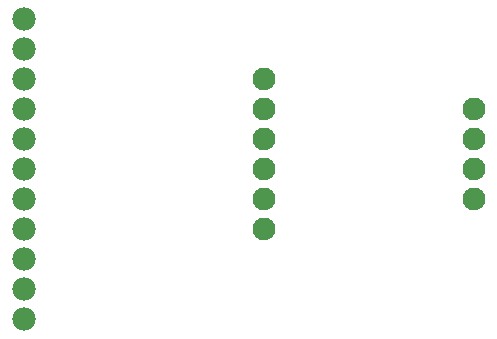
<source format=gbl>
G04 MADE WITH FRITZING*
G04 WWW.FRITZING.ORG*
G04 DOUBLE SIDED*
G04 HOLES PLATED*
G04 CONTOUR ON CENTER OF CONTOUR VECTOR*
%ASAXBY*%
%FSLAX23Y23*%
%MOIN*%
%OFA0B0*%
%SFA1.0B1.0*%
%ADD10C,0.076000*%
%ADD11C,0.078000*%
%LNCOPPER0*%
G90*
G70*
G54D10*
X2662Y1252D03*
X2662Y1152D03*
X2662Y1052D03*
X2662Y952D03*
X2662Y852D03*
X2662Y752D03*
X3362Y1152D03*
X3362Y1052D03*
X3362Y952D03*
X3362Y852D03*
G54D11*
X1862Y452D03*
X1862Y552D03*
X1862Y652D03*
X1862Y752D03*
X1862Y852D03*
X1862Y952D03*
X1862Y1052D03*
X1862Y1152D03*
X1862Y1252D03*
X1862Y1352D03*
X1862Y1452D03*
G04 End of Copper0*
M02*
</source>
